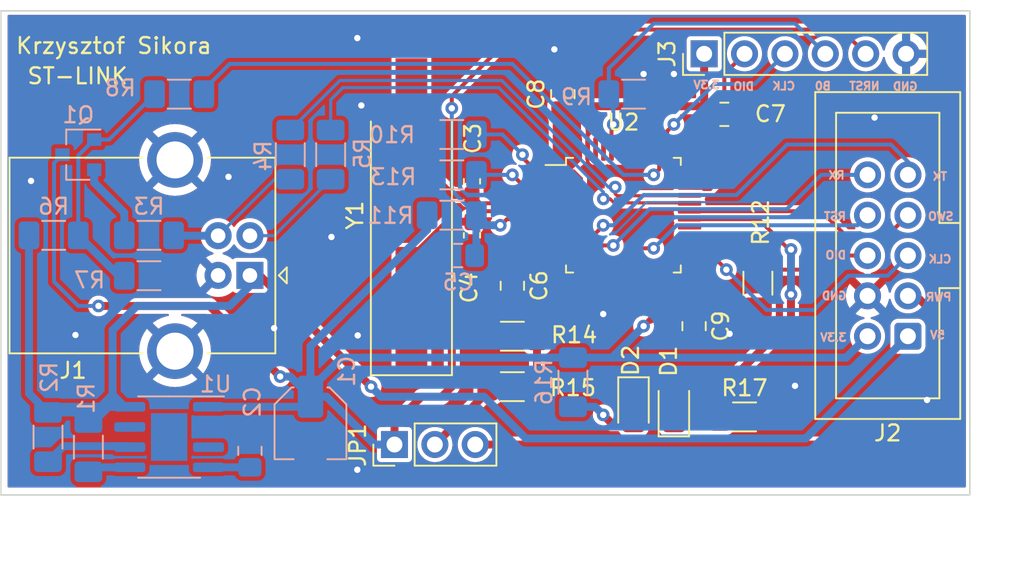
<source format=kicad_pcb>
(kicad_pcb (version 20211014) (generator pcbnew)
  (layers (0 "F.Cu" signal) (31 "B.Cu" signal) (34 "B.Paste" user) (35 "F.Paste" user) (36 "B.SilkS" user "B.Silkscreen") (37 "F.SilkS" user "F.Silkscreen") (38 "B.Mask" user) (39 "F.Mask" user) (44 "Edge.Cuts" user))
  (net 0 "")
  (net 1 "Net-(C1-Pad1)")
  (net 2 "GND")
  (net 3 "+3V3")
  (net 4 "Net-(C3-Pad1)")
  (net 5 "Net-(C4-Pad2)")
  (net 6 "/NRST")
  (net 7 "/LED")
  (net 8 "Net-(D1-Pad2)")
  (net 9 "Net-(D2-Pad1)")
  (net 10 "+5V")
  (net 11 "/UD+")
  (net 12 "/UD-")
  (net 13 "/T_PWR")
  (net 14 "/T_CLK")
  (net 15 "/T_SWO")
  (net 16 "/T_TX")
  (net 17 "/T_DIO")
  (net 18 "/T_RST")
  (net 19 "/T_RX")
  (net 20 "/DIO")
  (net 21 "/CLK")
  (net 22 "/BOOT0")
  (net 23 "Net-(JP1-Pad2)")
  (net 24 "Net-(Q1-Pad1)")
  (net 25 "Net-(Q1-Pad2)")
  (net 26 "Net-(R1-Pad2)")
  (net 27 "Net-(R2-Pad2)")
  (net 28 "/USB_D+")
  (net 29 "/USB_D-")
  (net 30 "/USB_RENUM")
  (net 31 "Net-(R10-Pad2)")
  (net 32 "Net-(R11-Pad2)")
  (net 33 "Net-(R12-Pad2)")
  (net 34 "Net-(R14-Pad2)")
  (footprint "Capacitor_SMD:C_0603_1608Metric_Pad1.08x0.95mm_HandSolder" (layer "F.Cu") (at 134.62 106.4525 90)
    (fp_text reference "C3")
    (fp_text value "20p")
  )
  (footprint "Connector_IDC:IDC-Header_2x05_P2.54mm_Vertical" (layer "F.Cu") (at 162.0425 116.205 180)
    (fp_text reference "J2")
    (fp_text value "Conn_02x05_Odd_Even")
  )
  (footprint "Crystal:Crystal_SMD_HC49-SD_HandSoldering" (layer "F.Cu") (at 130.81 108.585 90)
    (fp_text reference "Y1")
    (fp_text value "8MHz")
  )
  (footprint "Connector_USB:USB_B_OST_USB-B1HSxx_Horizontal" (layer "F.Cu") (at 120.65 112.375 180)
    (fp_text reference "J1")
    (fp_text value "USB_B")
  )
  (footprint "Connector_PinHeader_2.54mm:PinHeader_1x06_P2.54mm_Vertical" (layer "F.Cu") (at 149.225 98.425 90)
    (fp_text reference "J3")
    (fp_text value "Conn_01x06_Male")
  )
  (footprint "Capacitor_SMD:C_0805_2012Metric_Pad1.18x1.45mm_HandSolder" (layer "F.Cu") (at 150.495 102.235)
    (fp_text reference "C7")
    (fp_text value "100n")
  )
  (footprint "Capacitor_SMD:C_0805_2012Metric_Pad1.18x1.45mm_HandSolder" (layer "F.Cu") (at 148.59 115.57 -90)
    (fp_text reference "C9")
    (fp_text value "100n")
  )
  (footprint "Package_QFP:LQFP-48_7x7mm_P0.5mm" (layer "F.Cu") (at 144.145 108.585)
    (fp_text reference "U2")
    (fp_text value "STM32F103CBTx")
  )
  (footprint "Capacitor_SMD:C_0805_2012Metric_Pad1.18x1.45mm_HandSolder" (layer "F.Cu") (at 137.16 113.03 -90)
    (fp_text reference "C6")
    (fp_text value "100n")
  )
  (footprint "Resistor_SMD:R_1206_3216Metric_Pad1.30x1.75mm_HandSolder" (layer "F.Cu") (at 137.16 116.205 180)
    (fp_text reference "R15")
    (fp_text value "4.7k")
  )
  (footprint "Resistor_SMD:R_1206_3216Metric_Pad1.30x1.75mm_HandSolder" (layer "F.Cu") (at 137.16 119.38)
    (fp_text reference "R14")
    (fp_text value "4.7k")
  )
  (footprint "LED_SMD:LED_0805_2012Metric_Pad1.15x1.40mm_HandSolder" (layer "F.Cu") (at 144.78 120.65 -90)
    (fp_text reference "D1")
    (fp_text value "LED")
  )
  (footprint "Connector_PinHeader_2.54mm:PinHeader_1x03_P2.54mm_Vertical" (layer "F.Cu") (at 129.745 123.025 90)
    (fp_text reference "JP1")
    (fp_text value "Jumper_3_Bridged12")
  )
  (footprint "Capacitor_SMD:C_0603_1608Metric_Pad1.08x0.95mm_HandSolder" (layer "F.Cu") (at 134.62 109.855 90)
    (fp_text reference "C4")
    (fp_text value "20p")
  )
  (footprint "Capacitor_SMD:C_0805_2012Metric_Pad1.18x1.45mm_HandSolder" (layer "F.Cu") (at 140.335 100.965 90)
    (fp_text reference "C8")
    (fp_text value "100n")
  )
  (footprint "Resistor_SMD:R_1206_3216Metric_Pad1.30x1.75mm_HandSolder" (layer "F.Cu") (at 152.605 112.865 -90)
    (fp_text reference "R12")
    (fp_text value "100")
  )
  (footprint "Resistor_SMD:R_1206_3216Metric_Pad1.30x1.75mm_HandSolder" (layer "F.Cu") (at 151.765 121.285)
    (fp_text reference "R17")
    (fp_text value "220")
  )
  (footprint "LED_SMD:LED_0805_2012Metric_Pad1.15x1.40mm_HandSolder" (layer "F.Cu") (at 147.32 120.65 90)
    (fp_text reference "D2")
    (fp_text value "LED")
  )
  (footprint "Resistor_SMD:R_1206_3216Metric_Pad1.30x1.75mm_HandSolder" (layer "B.Cu") (at 133.35 106.045)
    (fp_text reference "R11")
    (fp_text value "DNP")
  )
  (footprint "Package_SO:SOIC-8-1EP_3.9x4.9mm_P1.27mm_EP2.29x3mm" (layer "B.Cu") (at 115.57 122.555 180)
    (fp_text reference "U1")
    (fp_text value "TC1263-5.0VOATR")
  )
  (footprint "Resistor_SMD:R_1206_3216Metric_Pad1.30x1.75mm_HandSolder" (layer "B.Cu") (at 114.3 112.395 180)
    (fp_text reference "R7")
    (fp_text value "36k")
  )
  (footprint "Resistor_SMD:R_1206_3216Metric_Pad1.30x1.75mm_HandSolder" (layer "B.Cu") (at 140.97 119.1 -90)
    (fp_text reference "R16")
    (fp_text value "220")
  )
  (footprint "Package_TO_SOT_SMD:SOT-23" (layer "B.Cu") (at 109.855 104.775 180)
    (fp_text reference "Q1")
    (fp_text value "BC817")
  )
  (footprint "Resistor_SMD:R_1206_3216Metric_Pad1.30x1.75mm_HandSolder" (layer "B.Cu") (at 114.3 109.855 180)
    (fp_text reference "R3")
    (fp_text value "1.5k")
  )
  (footprint "Resistor_SMD:R_1206_3216Metric_Pad1.30x1.75mm_HandSolder" (layer "B.Cu") (at 110.49 123.19 -90)
    (fp_text reference "R1")
    (fp_text value "1M")
  )
  (footprint "Resistor_SMD:R_1206_3216Metric_Pad1.30x1.75mm_HandSolder" (layer "B.Cu") (at 116.205 100.965)
    (fp_text reference "R8")
    (fp_text value "100")
  )
  (footprint "Resistor_SMD:R_1206_3216Metric_Pad1.30x1.75mm_HandSolder" (layer "B.Cu") (at 133.35 108.585 180)
    (fp_text reference "R13")
    (fp_text value "100k")
  )
  (footprint "Resistor_SMD:R_1206_3216Metric_Pad1.30x1.75mm_HandSolder" (layer "B.Cu") (at 144.78 100.965 180)
    (fp_text reference "R9")
    (fp_text value "100k")
  )
  (footprint "Capacitor_SMD:C_Elec_4x5.4" (layer "B.Cu") (at 124.46 121.69 -90)
    (fp_text reference "C2")
    (fp_text value "1uF")
  )
  (footprint "Capacitor_SMD:C_0805_2012Metric_Pad1.18x1.45mm_HandSolder" (layer "B.Cu") (at 133.7525 111.125)
    (fp_text reference "C5")
    (fp_text value "100n")
  )
  (footprint "Capacitor_SMD:C_0805_2012Metric_Pad1.18x1.45mm_HandSolder" (layer "B.Cu") (at 120.65 123.4225 90)
    (fp_text reference "C1")
    (fp_text value "470p")
  )
  (footprint "Resistor_SMD:R_1206_3216Metric_Pad1.30x1.75mm_HandSolder" (layer "B.Cu") (at 123.19 104.775 90)
    (fp_text reference "R4")
    (fp_text value "0")
  )
  (footprint "Resistor_SMD:R_1206_3216Metric_Pad1.30x1.75mm_HandSolder" (layer "B.Cu") (at 107.95 122.555 -90)
    (fp_text reference "R2")
    (fp_text value "10k")
  )
  (footprint "Resistor_SMD:R_1206_3216Metric_Pad1.30x1.75mm_HandSolder" (layer "B.Cu") (at 133.35 103.505)
    (fp_text reference "R10")
    (fp_text value "10k")
  )
  (footprint "Resistor_SMD:R_1206_3216Metric_Pad1.30x1.75mm_HandSolder" (layer "B.Cu") (at 108.305 109.855 180)
    (fp_text reference "R6")
    (fp_text value "10k")
  )
  (footprint "Resistor_SMD:R_1206_3216Metric_Pad1.30x1.75mm_HandSolder" (layer "B.Cu") (at 125.73 104.775 90)
    (fp_text reference "R5")
    (fp_text value "0")
  )
  (gr_rect (start 104.98 95.72) (end 165.94 126.2) (layer "Edge.Cuts") (width 0.1) (fill none))
  (gr_text "DIO" (at 157.5054 111.0996) (layer "B.SilkS") (effects (font (size 0.5 0.5) (thickness 0.125)) (justify mirror)))
  (gr_text "PWR" (at 163.9824 113.7412) (layer "B.SilkS") (effects (font (size 0.5 0.5) (thickness 0.125)) (justify mirror)))
  (gr_text "3.3V" (at 149.3774 100.3808) (layer "B.SilkS") (effects (font (size 0.5 0.5) (thickness 0.125)) (justify mirror)))
  (gr_text "RX" (at 157.5562 106.0704) (layer "B.SilkS") (effects (font (size 0.5 0.5) (thickness 0.125)) (justify mirror)))
  (gr_text "5V" (at 163.9062 116.1288) (layer "B.SilkS") (effects (font (size 0.5 0.5) (thickness 0.125)) (justify mirror)))
  (gr_text "RST" (at 157.4546 108.6612) (layer "B.SilkS") (effects (font (size 0.5 0.5) (thickness 0.125)) (justify mirror)))
  (gr_text "SWO" (at 164.1094 108.6612) (layer "B.SilkS") (effects (font (size 0.5 0.5) (thickness 0.125)) (justify mirror)))
  (gr_text "NRST" (at 159.3088 100.457) (layer "B.SilkS") (effects (font (size 0.5 0.5) (thickness 0.125)) (justify mirror)))
  (gr_text "CLK" (at 154.2288 100.457) (layer "B.SilkS") (effects (font (size 0.5 0.5) (thickness 0.125)) (justify mirror)))
  (gr_text "3.3V" (at 157.353 116.2812) (layer "B.SilkS") (effects (font (size 0.5 0.5) (thickness 0.125)) (justify mirror)))
  (gr_text "GND\n" (at 161.8742 100.4824) (layer "B.SilkS") (effects (font (size 0.5 0.5) (thickness 0.125)) (justify mirror)))
  (gr_text "TX\n" (at 164.0586 106.1466) (layer "B.SilkS") (effects (font (size 0.5 0.5) (thickness 0.125)) (justify mirror)))
  (gr_text "B0" (at 156.6926 100.457) (layer "B.SilkS") (effects (font (size 0.5 0.5) (thickness 0.125)) (justify mirror)))
  (gr_text "CLK" (at 164.0586 111.3536) (layer "B.SilkS") (effects (font (size 0.5 0.5) (thickness 0.125)) (justify mirror)))
  (gr_text "DIO" (at 151.7142 100.4824) (layer "B.SilkS") (effects (font (size 0.5 0.5) (thickness 0.125)) (justify mirror)))
  (gr_text "GND" (at 157.4038 113.665) (layer "B.SilkS") (effects (font (size 0.5 0.5) (thickness 0.125)) (justify mirror)))
  (gr_text "ST-LINK\n" (at 109.8042 99.822) (layer "F.SilkS") (effects (font (size 1 1))))
  (gr_text "Krzysztof Sikora" (at 112.0902 97.917) (layer "F.SilkS") (effects (font (size 1 1))))
  (segment (start 120.65 124.46) (end 118.045 124.46) (width 0.5) (layer "B.Cu") (net 1))
  (via (at 109.6772 116.1288) (size 0.8) (drill 0.4) (layers "F.Cu" "B.Cu") (net 2))
  (via (at 159.9438 102.4382) (size 0.8) (drill 0.4) (layers "F.Cu" "B.Cu") (net 2))
  (via (at 139.8016 98.1456) (size 0.8) (drill 0.4) (layers "F.Cu" "B.Cu") (net 2))
  (via (at 145.415 99.695) (size 0.8) (drill 0.4) (layers "F.Cu" "B.Cu") (net 2))
  (via (at 142.875 114.808) (size 0.8) (drill 0.4) (layers "F.Cu" "B.Cu") (net 2))
  (via (at 127.4318 116.1542) (size 0.8) (drill 0.4) (layers "F.Cu" "B.Cu") (net 2))
  (via (at 154.94 119.3292) (size 0.8) (drill 0.4) (layers "F.Cu" "B.Cu") (net 2))
  (via (at 125.7808 109.9566) (size 0.8) (drill 0.4) (layers "F.Cu" "B.Cu") (net 2))
  (via (at 127.4064 124.6124) (size 0.8) (drill 0.4) (layers "F.Cu" "B.Cu") (net 2))
  (via (at 127.6604 101.6762) (size 0.8) (drill 0.4) (layers "F.Cu" "B.Cu") (net 2))
  (via (at 147.32 99.695) (size 0.8) (drill 0.4) (layers "F.Cu" "B.Cu") (net 2))
  (via (at 127.4064 97.4344) (size 0.8) (drill 0.4) (layers "F.Cu" "B.Cu") (net 2))
  (via (at 119.3038 106.172) (size 0.8) (drill 0.4) (layers "F.Cu" "B.Cu") (net 2))
  (via (at 163.2458 120.2182) (size 0.8) (drill 0.4) (layers "F.Cu" "B.Cu") (net 2))
  (via (at 150.8252 116.0526) (size 0.8) (drill 0.4) (layers "F.Cu" "B.Cu") (net 2))
  (via (at 122.174 115.697) (size 0.8) (drill 0.4) (layers "F.Cu" "B.Cu") (net 2))
  (via (at 106.8832 106.426) (size 0.8) (drill 0.4) (layers "F.Cu" "B.Cu") (net 2))
  (segment (start 115.87 112.375) (end 115.85 112.395) (width 0.25) (layer "B.Cu") (net 2))
  (segment (start 138.45 109.835) (end 137.16 111.125) (width 0.25) (layer "F.Cu") (net 3))
  (segment (start 148.9495 101.727) (end 149.225 102.0025) (width 0.5) (layer "F.Cu") (net 3))
  (segment (start 146.895 112.7475) (end 146.895 114.09) (width 0.25) (layer "F.Cu") (net 3))
  (segment (start 148.59 114.5325) (end 148.59 114.4425) (width 0.25) (layer "F.Cu") (net 3))
  (segment (start 118.11 114.3) (end 122.555 118.745) (width 0.5) (layer "F.Cu") (net 3))
  (segment (start 146.895 114.09) (end 146.4525 114.5325) (width 0.25) (layer "F.Cu") (net 3))
  (segment (start 141.395 104.4225) (end 141.395 104.985) (width 0.25) (layer "F.Cu") (net 3))
  (segment (start 140.335 102.235) (end 141.395 103.295) (width 0.25) (layer "F.Cu") (net 3))
  (segment (start 141.395 103.295) (end 141.395 104.4225) (width 0.25) (layer "F.Cu") (net 3))
  (segment (start 149.225 98.425) (end 149.225 102.0025) (width 0.5) (layer "F.Cu") (net 3))
  (segment (start 140.335 102.0025) (end 140.6105 101.727) (width 0.25) (layer "F.Cu") (net 3))
  (segment (start 137.16 111.125) (end 137.16 111.9925) (width 0.25) (layer "F.Cu") (net 3))
  (segment (start 140.335 105.4825) (end 139.9825 105.835) (width 0.25) (layer "F.Cu") (net 3))
  (segment (start 139.9825 105.835) (end 141.014 105.835) (width 0.25) (layer "F.Cu") (net 3))
  (segment (start 148.3075 104.1755) (end 148.3075 105.73548) (width 0.5) (layer "F.Cu") (net 3))
  (segment (start 148.8225 114.5325) (end 148.59 114.5325) (width 0.25) (layer "F.Cu") (net 3))
  (segment (start 140.00798 105.86048) (end 139.9825 105.835) (width 0.25) (layer "F.Cu") (net 3))
  (segment (start 141.478 109.474) (end 141.117 109.835) (width 0.25) (layer "F.Cu") (net 3))
  (segment (start 149.4575 102.235) (end 149.4575 103.0255) (width 0.5) (layer "F.Cu") (net 3))
  (segment (start 146.4525 114.5325) (end 148.59 114.5325) (width 0.25) (layer "F.Cu") (net 3))
  (segment (start 133.35 119.38) (end 132.715 120.015) (width 0.5) (layer "F.Cu") (net 3))
  (segment (start 140.335 102.0025) (end 140.335 102.235) (width 0.25) (layer "F.Cu") (net 3))
  (segment (start 149.225 102.0025) (end 149.4575 102.235) (width 0.25) (layer "F.Cu") (net 3))
  (segment (start 133.35 115.189) (end 133.35 119.38) (width 0.5) (layer "F.Cu") (net 3))
  (segment (start 131.445 120.015) (end 129.745 121.715) (width 0.5) (layer "F.Cu") (net 3))
  (segment (start 132.715 120.015) (end 131.445 120.015) (width 0.5) (layer "F.Cu") (net 3))
  (segment (start 140.335 102.0025) (end 140.335 105.4825) (width 0.25) (layer "F.Cu") (net 3))
  (segment (start 111.125 114.3) (end 118.11 114.3) (width 0.5) (layer "F.Cu") (net 3))
  (segment (start 149.4575 103.0255) (end 148.3075 104.1755) (width 0.5) (layer "F.Cu") (net 3))
  (segment (start 145.415 115.57) (end 146.4525 114.5325) (width 0.25) (layer "F.Cu") (net 3))
  (segment (start 136.5465 111.9925) (end 133.35 115.189) (width 0.5) (layer "F.Cu") (net 3))
  (segment (start 140.6105 101.727) (end 148.9495 101.727) (width 0.5) (layer "F.Cu") (net 3))
  (segment (start 139.9825 109.835) (end 138.45 109.835) (width 0.25) (layer "F.Cu") (net 3))
  (segment (start 136.9275 111.9925) (end 136.5465 111.9925) (width 0.5) (layer "F.Cu") (net 3))
  (segment (start 141.014 105.835) (end 141.478 106.299) (width 0.25) (layer "F.Cu") (net 3))
  (segment (start 141.478 106.299) (end 141.478 109.474) (width 0.25) (layer "F.Cu") (net 3))
  (segment (start 137.16 111.9925) (end 136.9275 111.9925) (width 0.25) (layer "F.Cu") (net 3))
  (segment (start 141.117 109.835) (end 139.9825 109.835) (width 0.25) (layer "F.Cu") (net 3))
  (segment (start 129.745 121.715) (end 129.745 123.025) (width 0.5) (layer "F.Cu") (net 3))
  (via (at 145.415 115.57) (size 0.8) (drill 0.4) (layers "F.Cu" "B.Cu") (net 3))
  (via (at 111.125 114.3) (size 0.8) (drill 0.4) (layers "F.Cu" "B.Cu") (net 3))
  (via (at 122.555 118.745) (size 0.8) (drill 0.4) (layers "F.Cu" "B.Cu") (net 3))
  (segment (start 126.44 117.55) (end 140.97 117.55) (width 0.5) (layer "B.Cu") (net 3))
  (segment (start 124.46 119.53) (end 124.46 120.015) (width 0.25) (layer "B.Cu") (net 3))
  (segment (start 131.8 109.5) (end 124.46 116.84) (width 0.5) (layer "B.Cu") (net 3))
  (segment (start 122.555 118.745) (end 123.19 118.745) (width 0.5) (layer "B.Cu") (net 3))
  (segment (start 108.331 112.776) (end 109.855 114.3) (width 0.25) (layer "B.Cu") (net 3))
  (segment (start 123.825 120.65) (end 124.46 120.015) (width 0.25) (layer "B.Cu") (net 3))
  (segment (start 124.46 116.84) (end 124.46 120.015) (width 0.5) (layer "B.Cu") (net 3))
  (segment (start 118.045 120.65) (end 123.825 120.65) (width 0.5) (layer "B.Cu") (net 3))
  (segment (start 143.435 117.55) (end 145.415 115.57) (width 0.5) (layer "B.Cu") (net 3))
  (segment (start 126.44 117.55) (end 124.46 119.53) (width 0.5) (layer "B.Cu") (net 3))
  (segment (start 158.1575 117.55) (end 159.5025 116.205) (width 0.5) (layer "B.Cu") (net 3))
  (segment (start 109.855 114.3) (end 111.125 114.3) (width 0.25) (layer "B.Cu") (net 3))
  (segment (start 128.486 123.025) (end 125.476 120.015) (width 0.5) (layer "B.Cu") (net 3))
  (segment (start 108.855 104.775) (end 108.331 105.299) (width 0.25) (layer "B.Cu") (net 3))
  (segment (start 140.97 117.55) (end 143.435 117.55) (width 0.5) (layer "B.Cu") (net 3))
  (segment (start 143.435 117.55) (end 158.1575 117.55) (width 0.5) (layer "B.Cu") (net 3))
  (segment (start 108.331 105.299) (end 108.331 112.776) (width 0.25) (layer "B.Cu") (net 3))
  (segment (start 129.745 123.025) (end 128.486 123.025) (width 0.5) (layer "B.Cu") (net 3))
  (segment (start 131.8 108.585) (end 131.8 109.5) (width 0.5) (layer "B.Cu") (net 3))
  (segment (start 123.19 118.745) (end 124.46 120.015) (width 0.5) (layer "B.Cu") (net 3))
  (segment (start 125.476 120.015) (end 124.46 120.015) (width 0.5) (layer "B.Cu") (net 3))
  (segment (start 134.62 107.315) (end 133.35 107.315) (width 0.5) (layer "F.Cu") (net 4))
  (segment (start 135.14 107.835) (end 134.62 107.315) (width 0.25) (layer "F.Cu") (net 4))
  (segment (start 130.81 104.775) (end 130.81 102.6475) (width 0.25) (layer "F.Cu") (net 4))
  (segment (start 133.35 107.315) (end 130.81 104.775) (width 0.5) (layer "F.Cu") (net 4))
  (segment (start 139.9825 107.835) (end 135.14 107.835) (width 0.25) (layer "F.Cu") (net 4))
  (segment (start 134.62 108.9925) (end 133.14625 108.9925) (width 0.5) (layer "F.Cu") (net 5))
  (segment (start 133.14625 108.9925) (end 130.81 111.32875) (width 0.5) (layer "F.Cu") (net 5))
  (segment (start 130.81 111.32875) (end 130.81 114.5225) (width 0.25) (layer "F.Cu") (net 5))
  (segment (start 139.9825 108.335) (end 135.2775 108.335) (width 0.25) (layer "F.Cu") (net 5))
  (segment (start 135.2775 108.335) (end 134.62 108.9925) (width 0.25) (layer "F.Cu") (net 5))
  (segment (start 136.525 109.1305) (end 136.4875 109.1305) (width 0.25) (layer "F.Cu") (net 6))
  (segment (start 140.589 96.901) (end 157.861 96.901) (width 0.25) (layer "F.Cu") (net 6))
  (segment (start 140.589 96.901) (end 137.541 96.901) (width 0.25) (layer "F.Cu") (net 6))
  (segment (start 157.861 96.901) (end 159.385 98.425) (width 0.25) (layer "F.Cu") (net 6))
  (segment (start 136.4875 109.1305) (end 136.398 109.22) (width 0.25) (layer "F.Cu") (net 6))
  (segment (start 136.525 109.1305) (end 136.8205 108.835) (width 0.25) (layer "F.Cu") (net 6))
  (segment (start 136.8205 108.835) (end 139.9825 108.835) (width 0.25) (layer "F.Cu") (net 6))
  (segment (start 133.35 101.092) (end 133.35 101.854) (width 0.25) (layer "F.Cu") (net 6))
  (segment (start 137.541 96.901) (end 133.35 101.092) (width 0.25) (layer "F.Cu") (net 6))
  (via (at 136.398 109.22) (size 0.8) (drill 0.4) (layers "F.Cu" "B.Cu") (net 6))
  (via (at 133.35 101.854) (size 0.8) (drill 0.4) (layers "F.Cu" "B.Cu") (net 6))
  (segment (start 135.535 109.22) (end 134.9 108.585) (width 0.5) (layer "B.Cu") (net 6))
  (segment (start 133.35 107.035) (end 134.9 108.585) (width 0.25) (layer "B.Cu") (net 6))
  (segment (start 134.9 108.585) (end 134.9 111.015) (width 0.5) (layer "B.Cu") (net 6))
  (segment (start 136.398 109.22) (end 135.535 109.22) (width 0.5) (layer "B.Cu") (net 6))
  (segment (start 133.35 101.854) (end 133.35 107.035) (width 0.25) (layer "B.Cu") (net 6))
  (segment (start 134.9 111.015) (end 134.79 111.125) (width 0.25) (layer "B.Cu") (net 6))
  (segment (start 135.4455 109.1305) (end 134.9 108.585) (width 0.5) (layer "B.Cu") (net 6))
  (segment (start 154.686 110.744) (end 154.559 110.744) (width 0.25) (layer "F.Cu") (net 7))
  (segment (start 147.32 119.625) (end 144.78 119.625) (width 0.5) (layer "F.Cu") (net 7))
  (segment (start 154.686 115.189) (end 150.25 119.625) (width 0.5) (layer "F.Cu") (net 7))
  (segment (start 152.65 108.835) (end 148.3075 108.835) (width 0.25) (layer "F.Cu") (net 7))
  (segment (start 154.686 113.5755) (end 154.686 115.189) (width 0.5) (layer "F.Cu") (net 7))
  (segment (start 154.559 110.744) (end 152.65 108.835) (width 0.25) (layer "F.Cu") (net 7))
  (segment (start 150.25 119.625) (end 147.32 119.625) (width 0.5) (layer "F.Cu") (net 7))
  (via (at 154.686 110.744) (size 0.8) (drill 0.4) (layers "F.Cu" "B.Cu") (net 7))
  (via (at 154.686 113.5755) (size 0.8) (drill 0.4) (layers "F.Cu" "B.Cu") (net 7))
  (segment (start 154.686 113.5755) (end 154.686 110.744) (width 0.5) (layer "B.Cu") (net 7))
  (segment (start 142.875 121.158) (end 143.392 121.675) (width 0.5) (layer "F.Cu") (net 8))
  (segment (start 143.392 121.675) (end 144.78 121.675) (width 0.5) (layer "F.Cu") (net 8))
  (via (at 142.875 121.158) (size 0.8) (drill 0.4) (layers "F.Cu" "B.Cu") (net 8))
  (segment (start 142.367 120.65) (end 140.97 120.65) (width 0.5) (layer "B.Cu") (net 8))
  (segment (start 142.875 121.158) (end 142.367 120.65) (width 0.5) (layer "B.Cu") (net 8))
  (segment (start 149.834 121.666) (end 147.329 121.666) (width 0.25) (layer "F.Cu") (net 9))
  (segment (start 147.329 121.666) (end 147.32 121.675) (width 0.25) (layer "F.Cu") (net 9))
  (segment (start 150.215 121.285) (end 149.834 121.666) (width 0.25) (layer "F.Cu") (net 9))
  (segment (start 121.265 112.375) (end 120.65 112.375) (width 0.5) (layer "F.Cu") (net 10))
  (segment (start 128.27 119.38) (end 121.265 112.375) (width 0.5) (layer "F.Cu") (net 10))
  (via (at 128.27 119.38) (size 0.8) (drill 0.4) (layers "F.Cu" "B.Cu") (net 10))
  (segment (start 113.538 114.3) (end 112.014 115.824) (width 0.5) (layer "B.Cu") (net 10))
  (segment (start 155.602989 122.644511) (end 138.011511 122.644511) (width 0.5) (layer "B.Cu") (net 10))
  (segment (start 107.95 121.005) (end 110.49 121.005) (width 0.5) (layer "B.Cu") (net 10))
  (segment (start 111.125 120.65) (end 108.305 120.65) (width 0.5) (layer "B.Cu") (net 10))
  (segment (start 120.65 112.375) (end 120.65 113.03) (width 0.25) (layer "B.Cu") (net 10))
  (segment (start 138.011511 122.644511) (end 135.382 120.015) (width 0.5) (layer "B.Cu") (net 10))
  (segment (start 112.014 119.888) (end 112.776 120.65) (width 0.5) (layer "B.Cu") (net 10))
  (segment (start 111.76 120.65) (end 111.379 120.65) (width 0.5) (layer "B.Cu") (net 10))
  (segment (start 120.65 113.03) (end 119.38 114.3) (width 0.5) (layer "B.Cu") (net 10))
  (segment (start 112.014 119.888) (end 112.014 120.65) (width 0.5) (layer "B.Cu") (net 10))
  (segment (start 110.49 121.64) (end 110.49 121.539) (width 0.5) (layer "B.Cu") (net 10))
  (segment (start 107.95 121.005) (end 106.755 119.81) (width 0.5) (layer "B.Cu") (net 10))
  (segment (start 111.125 120.65) (end 110.845 120.65) (width 0.5) (layer "B.Cu") (net 10))
  (segment (start 162.0425 116.205) (end 155.602989 122.644511) (width 0.5) (layer "B.Cu") (net 10))
  (segment (start 110.77 121.64) (end 110.49 121.64) (width 0.5) (layer "B.Cu") (net 10))
  (segment (start 108.305 120.65) (end 107.95 121.005) (width 0.5) (layer "B.Cu") (net 10))
  (segment (start 110.49 121.539) (end 111.379 120.65) (width 0.5) (layer "B.Cu") (net 10))
  (segment (start 112.014 120.65) (end 111.76 120.65) (width 0.5) (layer "B.Cu") (net 10))
  (segment (start 119.38 114.3) (end 113.538 114.3) (width 0.5) (layer "B.Cu") (net 10))
  (segment (start 112.014 119.888) (end 111.379 120.523) (width 0.5) (layer "B.Cu") (net 10))
  (segment (start 110.49 121.64) (end 110.49 121.005) (width 0.5) (layer "B.Cu") (net 10))
  (segment (start 111.379 120.523) (end 111.379 120.65) (width 0.5) (layer "B.Cu") (net 10))
  (segment (start 112.776 120.65) (end 113.095 120.65) (width 0.5) (layer "B.Cu") (net 10))
  (segment (start 106.755 119.81) (end 106.755 109.855) (width 0.5) (layer "B.Cu") (net 10))
  (segment (start 111.379 120.65) (end 111.125 120.65) (width 0.5) (layer "B.Cu") (net 10))
  (segment (start 112.014 115.824) (end 112.014 119.888) (width 0.5) (layer "B.Cu") (net 10))
  (segment (start 111.76 120.65) (end 110.77 121.64) (width 0.5) (layer "B.Cu") (net 10))
  (segment (start 128.905 120.015) (end 128.27 119.38) (width 0.5) (layer "B.Cu") (net 10))
  (segment (start 135.382 120.015) (end 128.905 120.015) (width 0.5) (layer "B.Cu") (net 10))
  (segment (start 110.845 120.65) (end 110.49 121.005) (width 0.5) (layer "B.Cu") (net 10))
  (segment (start 113.095 120.65) (end 112.014 120.65) (width 0.5) (layer "B.Cu") (net 10))
  (segment (start 115.87 109.875) (end 118.65 109.875) (width 0.5) (layer "B.Cu") (net 11))
  (segment (start 115.85 109.855) (end 115.87 109.875) (width 0.25) (layer "B.Cu") (net 11))
  (segment (start 122.2 106.325) (end 118.65 109.875) (width 0.2) (layer "B.Cu") (net 11))
  (segment (start 123.19 106.325) (end 122.2 106.325) (width 0.2) (layer "B.Cu") (net 11))
  (segment (start 120.65 109.875) (end 122.18 109.875) (width 0.2) (layer "B.Cu") (net 12))
  (segment (start 122.18 109.875) (end 125.73 106.325) (width 0.2) (layer "B.Cu") (net 12))
  (segment (start 163.83 114.935) (end 163.83 117.475) (width 0.5) (layer "F.Cu") (net 13))
  (segment (start 162.0425 113.665) (end 162.56 113.665) (width 0.5) (layer "F.Cu") (net 13))
  (segment (start 158.28 123.025) (end 134.825 123.025) (width 0.5) (layer "F.Cu") (net 13))
  (segment (start 162.56 113.665) (end 163.83 114.935) (width 0.5) (layer "F.Cu") (net 13))
  (segment (start 163.83 117.475) (end 158.28 123.025) (width 0.5) (layer "F.Cu") (net 13))
  (segment (start 149.443 110.835) (end 148.3075 110.835) (width 0.25) (layer "F.Cu") (net 14))
  (segment (start 150.622 112.014) (end 149.443 110.835) (width 0.25) (layer "F.Cu") (net 14))
  (via (at 150.622 112.014) (size 0.8) (drill 0.4) (layers "F.Cu" "B.Cu") (net 14))
  (segment (start 160.7725 112.395) (end 162.0425 111.125) (width 0.25) (layer "B.Cu") (net 14))
  (segment (start 153.162 114.554) (end 156.1465 114.554) (width 0.25) (layer "B.Cu") (net 14))
  (segment (start 150.622 112.014) (end 153.162 114.554) (width 0.25) (layer "B.Cu") (net 14))
  (segment (start 156.1465 114.554) (end 158.3055 112.395) (width 0.25) (layer "B.Cu") (net 14))
  (segment (start 158.3055 112.395) (end 160.7725 112.395) (width 0.25) (layer "B.Cu") (net 14))
  (segment (start 160.7725 109.855) (end 162.0425 108.585) (width 0.25) (layer "F.Cu") (net 15))
  (segment (start 158.115 109.855) (end 160.7725 109.855) (width 0.25) (layer "F.Cu") (net 15))
  (segment (start 156.595 108.335) (end 158.115 109.855) (width 0.25) (layer "F.Cu") (net 15))
  (segment (start 148.3075 108.335) (end 156.595 108.335) (width 0.25) (layer "F.Cu") (net 15))
  (segment (start 142.875 109.22) (end 142.875 109.245006) (width 0.25) (layer "F.Cu") (net 16))
  (segment (start 140.785006 111.335) (end 139.9825 111.335) (width 0.25) (layer "F.Cu") (net 16))
  (segment (start 142.875 109.245006) (end 140.785006 111.335) (width 0.25) (layer "F.Cu") (net 16))
  (via (at 142.875 109.22) (size 0.8) (drill 0.4) (layers "F.Cu" "B.Cu") (net 16))
  (segment (start 145.415 107.315) (end 151.257 107.315) (width 0.25) (layer "B.Cu") (net 16))
  (segment (start 162.0425 105.21475) (end 162.0425 106.045) (width 0.25) (layer "B.Cu") (net 16))
  (segment (start 154.432 104.14) (end 160.96775 104.14) (width 0.25) (layer "B.Cu") (net 16))
  (segment (start 160.96775 104.14) (end 162.0425 105.21475) (width 0.25) (layer "B.Cu") (net 16))
  (segment (start 143.51 109.22) (end 145.415 107.315) (width 0.25) (layer "B.Cu") (net 16))
  (segment (start 151.257 107.315) (end 154.432 104.14) (width 0.25) (layer "B.Cu") (net 16))
  (segment (start 142.875 109.22) (end 143.51 109.22) (width 0.25) (layer "B.Cu") (net 16))
  (segment (start 156.972 112.014) (end 153.304 112.014) (width 0.25) (layer "F.Cu") (net 17))
  (segment (start 148.3075 110.335) (end 151.625 110.335) (width 0.25) (layer "F.Cu") (net 17))
  (segment (start 151.625 110.335) (end 152.605 111.315) (width 0.25) (layer "F.Cu") (net 17))
  (segment (start 153.304 112.014) (end 152.605 111.315) (width 0.25) (layer "F.Cu") (net 17))
  (segment (start 159.5025 111.125) (end 157.861 111.125) (width 0.25) (layer "F.Cu") (net 17))
  (segment (start 157.861 111.125) (end 156.972 112.014) (width 0.25) (layer "F.Cu") (net 17))
  (segment (start 145.167698 110.672296) (end 143.895 111.944994) (width 0.25) (layer "F.Cu") (net 18))
  (segment (start 143.895 111.944994) (end 143.895 112.7475) (width 0.25) (layer "F.Cu") (net 18))
  (segment (start 146.05 110.672296) (end 145.167698 110.672296) (width 0.25) (layer "F.Cu") (net 18))
  (via (at 146.05 110.672296) (size 0.8) (drill 0.4) (layers "F.Cu" "B.Cu") (net 18))
  (segment (start 147.502296 109.22) (end 146.05 110.672296) (width 0.25) (layer "B.Cu") (net 18))
  (segment (start 159.5025 108.585) (end 158.8675 109.22) (width 0.25) (layer "B.Cu") (net 18))
  (segment (start 158.8675 109.22) (end 147.502296 109.22) (width 0.25) (layer "B.Cu") (net 18))
  (segment (start 142.849994 110.49) (end 141.395 111.944994) (width 0.25) (layer "F.Cu") (net 19))
  (segment (start 141.395 111.944994) (end 141.395 112.7475) (width 0.25) (layer "F.Cu") (net 19))
  (segment (start 143.51 110.49) (end 142.849994 110.49) (width 0.25) (layer "F.Cu") (net 19))
  (via (at 143.51 110.49) (size 0.8) (drill 0.4) (layers "F.Cu" "B.Cu") (net 19))
  (segment (start 143.51 110.49) (end 145.796 108.204) (width 0.25) (layer "B.Cu") (net 19))
  (segment (start 156.591 106.045) (end 159.5025 106.045) (width 0.25) (layer "B.Cu") (net 19))
  (segment (start 154.432 108.204) (end 156.591 106.045) (width 0.25) (layer "B.Cu") (net 19))
  (segment (start 145.796 108.204) (end 154.432 108.204) (width 0.25) (layer "B.Cu") (net 19))
  (segment (start 150.495 99.695) (end 150.495 106.045) (width 0.25) (layer "F.Cu") (net 20))
  (segment (start 150.495 106.045) (end 149.604511 106.935489) (width 0.25) (layer "F.Cu") (net 20))
  (segment (start 149.135486 106.86048) (end 148.59 106.86048) (width 0.25) (layer "F.Cu") (net 20))
  (segment (start 151.765 98.425) (end 150.495 99.695) (width 0.25) (layer "F.Cu") (net 20))
  (segment (start 149.604511 106.935489) (end 149.210495 106.935489) (width 0.25) (layer "F.Cu") (net 20))
  (segment (start 149.210495 106.935489) (end 149.135486 106.86048) (width 0.25) (layer "F.Cu") (net 20))
  (segment (start 146.895 103.295) (end 147.32 102.87) (width 0.25) (layer "F.Cu") (net 21))
  (segment (start 146.895 104.4225) (end 146.895 103.295) (width 0.25) (layer "F.Cu") (net 21))
  (via (at 147.32 102.87) (size 0.8) (drill 0.4) (layers "F.Cu" "B.Cu") (net 21))
  (segment (start 152.4 100.33) (end 154.305 98.425) (width 0.25) (layer "B.Cu") (net 21))
  (segment (start 149.86 100.33) (end 152.4 100.33) (width 0.25) (layer "B.Cu") (net 21))
  (segment (start 147.32 102.87) (end 149.86 100.33) (width 0.25) (layer "B.Cu") (net 21))
  (segment (start 143.395 104.4225) (end 143.395 102.985) (width 0.25) (layer "F.Cu") (net 22))
  (segment (start 143.395 102.985) (end 143.51 102.87) (width 0.25) (layer "F.Cu") (net 22))
  (via (at 143.51 102.87) (size 0.8) (drill 0.4) (layers "F.Cu" "B.Cu") (net 22))
  (segment (start 146.05 96.52) (end 154.94 96.52) (width 0.25) (layer "B.Cu") (net 22))
  (segment (start 154.94 96.52) (end 156.845 98.425) (width 0.25) (layer "B.Cu") (net 22))
  (segment (start 143.23 99.34) (end 146.05 96.52) (width 0.25) (layer "B.Cu") (net 22))
  (segment (start 143.23 100.965) (end 143.23 99.34) (width 0.25) (layer "B.Cu") (net 22))
  (segment (start 143.51 101.88) (end 143.51 101.245) (width 0.25) (layer "B.Cu") (net 22))
  (segment (start 143.51 102.87) (end 143.51 101.88) (width 0.25) (layer "B.Cu") (net 22))
  (segment (start 143.51 101.88) (end 143.23 101.6) (width 0.25) (layer "B.Cu") (net 22))
  (segment (start 143.51 101.245) (end 143.23 100.965) (width 0.25) (layer "B.Cu") (net 22))
  (segment (start 135.61 119.38) (end 135.61 119.7) (width 0.25) (layer "F.Cu") (net 23))
  (segment (start 135.61 119.7) (end 132.285 123.025) (width 0.5) (layer "F.Cu") (net 23))
  (segment (start 111.795 103.825) (end 110.855 103.825) (width 0.25) (layer "B.Cu") (net 24))
  (segment (start 110.855 103.825) (end 109.855 104.825) (width 0.25) (layer "B.Cu") (net 24))
  (segment (start 112.395 112.395) (end 109.855 109.855) (width 0.5) (layer "B.Cu") (net 24))
  (segment (start 114.655 100.965) (end 111.795 103.825) (width 0.25) (layer "B.Cu") (net 24))
  (segment (start 112.75 112.395) (end 112.395 112.395) (width 0.25) (layer "B.Cu") (net 24))
  (segment (start 109.855 104.825) (end 109.855 109.855) (width 0.25) (layer "B.Cu") (net 24))
  (segment (start 110.855 105.725) (end 110.855 106.537) (width 0.5) (layer "B.Cu") (net 25))
  (segment (start 112.75 108.432) (end 112.75 109.855) (width 0.5) (layer "B.Cu") (net 25))
  (segment (start 110.855 106.537) (end 112.75 108.432) (width 0.5) (layer "B.Cu") (net 25))
  (segment (start 113.095 124.46) (end 110.845 124.46) (width 0.5) (layer "B.Cu") (net 26))
  (segment (start 108.92452 123.13048) (end 107.95 124.105) (width 0.5) (layer "B.Cu") (net 27))
  (segment (start 113.095 123.19) (end 113.03548 123.13048) (width 0.25) (layer "B.Cu") (net 27))
  (segment (start 113.03548 123.13048) (end 108.92452 123.13048) (width 0.5) (layer "B.Cu") (net 27))
  (segment (start 143.746198 107.359999) (end 143.627232 107.241033) (width 0.2) (layer "F.Cu") (net 28))
  (segment (start 148.282501 107.359999) (end 143.746198 107.359999) (width 0.2) (layer "F.Cu") (net 28))
  (segment (start 143.627232 107.241033) (end 143.627232 106.816768) (width 0.2) (layer "F.Cu") (net 28))
  (via (at 143.627232 106.816768) (size 0.8) (drill 0.4) (layers "F.Cu" "B.Cu") (net 28))
  (segment (start 143.627232 106.816768) (end 143.202967 106.816768) (width 0.2) (layer "B.Cu") (net 28))
  (segment (start 136.491199 100.105) (end 126.31 100.105) (width 0.2) (layer "B.Cu") (net 28))
  (segment (start 143.202967 106.816768) (end 136.491199 100.105) (width 0.2) (layer "B.Cu") (net 28))
  (segment (start 126.31 100.105) (end 123.19 103.225) (width 0.2) (layer "B.Cu") (net 28))
  (segment (start 143.559802 107.810001) (end 143.309033 107.559232) (width 0.2) (layer "F.Cu") (net 29))
  (segment (start 143.309033 107.559232) (end 142.884768 107.559232) (width 0.2) (layer "F.Cu") (net 29))
  (segment (start 148.282501 107.810001) (end 143.559802 107.810001) (width 0.2) (layer "F.Cu") (net 29))
  (segment (start 148.3075 107.835) (end 148.282501 107.810001) (width 0.2) (layer "F.Cu") (net 29))
  (via (at 142.884768 107.559232) (size 0.8) (drill 0.4) (layers "F.Cu" "B.Cu") (net 29))
  (segment (start 126.496397 100.555) (end 125.73 101.321397) (width 0.2) (layer "B.Cu") (net 29))
  (segment (start 136.304801 100.555) (end 126.496397 100.555) (width 0.2) (layer "B.Cu") (net 29))
  (segment (start 142.884768 107.559232) (end 142.884768 107.134967) (width 0.2) (layer "B.Cu") (net 29))
  (segment (start 125.73 101.321397) (end 125.73 103.225) (width 0.2) (layer "B.Cu") (net 29))
  (segment (start 142.884768 107.134967) (end 136.304801 100.555) (width 0.2) (layer "B.Cu") (net 29))
  (segment (start 146.395 105.7) (end 146.05 106.045) (width 0.25) (layer "F.Cu") (net 30))
  (segment (start 146.395 104.4225) (end 146.395 105.7) (width 0.25) (layer "F.Cu") (net 30))
  (via (at 146.05 106.045) (size 0.8) (drill 0.4) (layers "F.Cu" "B.Cu") (net 30))
  (segment (start 144.145 106.045) (end 137.16 99.06) (width 0.25) (layer "B.Cu") (net 30))
  (segment (start 146.05 106.045) (end 144.145 106.045) (width 0.25) (layer "B.Cu") (net 30))
  (segment (start 137.16 99.06) (end 119.38 99.06) (width 0.25) (layer "B.Cu") (net 30))
  (segment (start 119.38 99.06) (end 117.755 100.685) (width 0.25) (layer "B.Cu") (net 30))
  (segment (start 117.755 100.685) (end 117.755 100.965) (width 0.25) (layer "B.Cu") (net 30))
  (segment (start 137.795 104.950006) (end 137.795 104.775) (width 0.25) (layer "F.Cu") (net 31))
  (segment (start 139.179994 106.335) (end 137.795 104.950006) (width 0.25) (layer "F.Cu") (net 31))
  (segment (start 139.9825 106.335) (end 139.179994 106.335) (width 0.25) (layer "F.Cu") (net 31))
  (via (at 137.795 104.775) (size 0.8) (drill 0.4) (layers "F.Cu" "B.Cu") (net 31))
  (segment (start 136.525 103.505) (end 134.9 103.505) (width 0.25) (layer "B.Cu") (net 31))
  (segment (start 137.795 104.775) (end 136.525 103.505) (width 0.25) (layer "B.Cu") (net 31))
  (segment (start 137.95 106.835) (end 137.16 106.045) (width 0.25) (layer "F.Cu") (net 32))
  (segment (start 139.9825 106.835) (end 137.95 106.835) (width 0.25) (layer "F.Cu") (net 32))
  (via (at 137.16 106.045) (size 0.8) (drill 0.4) (layers "F.Cu" "B.Cu") (net 32))
  (segment (start 137.16 106.045) (end 134.9 106.045) (width 0.25) (layer "B.Cu") (net 32))
  (segment (start 151.3875 114.415) (end 148.3075 111.335) (width 0.25) (layer "F.Cu") (net 33))
  (segment (start 152.605 114.415) (end 151.3875 114.415) (width 0.25) (layer "F.Cu") (net 33))
  (segment (start 139.9825 110.335) (end 138.839 110.335) (width 0.25) (layer "F.Cu") (net 34))
  (segment (start 138.839 110.335) (end 138.557 110.617) (width 0.25) (layer "F.Cu") (net 34))
  (segment (start 138.557 116.052) (end 138.71 116.205) (width 0.25) (layer "F.Cu") (net 34))
  (segment (start 138.557 110.617) (end 138.557 116.052) (width 0.25) (layer "F.Cu") (net 34))
  (segment (start 138.71 116.205) (end 138.71 119.38) (width 0.5) (layer "F.Cu") (net 34))
  (zone (net 3) (net_name "+3V3") (layer "F.Cu") (priority 1) (connect_pads thru_hole_only (clearance 0.254)) (min_thickness 0.127) (fill yes (thermal_gap 0.508) (thermal_bridge_width 0.508))
    (polygon (pts (xy 149.225 114.046) (xy 149.225 115.062) (xy 146.812 115.062) (xy 145.796 115.443) (xy 145.542 115.189) (xy 146.812 113.792) (xy 146.812 112.014) (xy 147.32 112.014)))
  )
  (zone (net 3) (net_name "+3V3") (layer "F.Cu") (priority 1) (connect_pads yes (clearance 0.254)) (min_thickness 0.127) (fill yes (thermal_gap 0.508) (thermal_bridge_width 0.508))
    (polygon (pts (xy 141.478 105.156) (xy 140.716 105.918) (xy 139.7 105.918) (xy 139.7 101.473) (xy 141.478 101.473)))
  )
  (zone (net 2) (net_name "GND") (layers F&B.Cu) (connect_pads thru_hole_only (clearance 0.254)) (min_thickness 0.127) (fill yes (thermal_gap 0.508) (thermal_bridge_width 0.508))
    (polygon (pts (xy 165.735 125.73) (xy 105.41 125.73) (xy 105.41 95.885) (xy 165.735 95.885)))
  )
)
</source>
